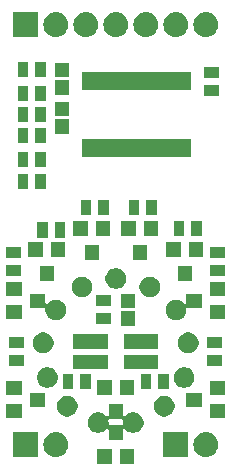
<source format=gts>
G04 #@! TF.GenerationSoftware,KiCad,Pcbnew,(5.0.2)-1*
G04 #@! TF.CreationDate,2018-12-23T15:21:20+09:00*
G04 #@! TF.ProjectId,Nixie_Module_IN-14,4e697869-655f-44d6-9f64-756c655f494e,rev?*
G04 #@! TF.SameCoordinates,Original*
G04 #@! TF.FileFunction,Soldermask,Top*
G04 #@! TF.FilePolarity,Negative*
%FSLAX46Y46*%
G04 Gerber Fmt 4.6, Leading zero omitted, Abs format (unit mm)*
G04 Created by KiCad (PCBNEW (5.0.2)-1) date 2018/12/23 15:21:20*
%MOMM*%
%LPD*%
G01*
G04 APERTURE LIST*
%ADD10C,0.100000*%
G04 APERTURE END LIST*
D10*
G36*
X80798000Y-101726000D02*
X79598000Y-101726000D01*
X79598000Y-100426000D01*
X80798000Y-100426000D01*
X80798000Y-101726000D01*
X80798000Y-101726000D01*
G37*
G36*
X78898000Y-101726000D02*
X77698000Y-101726000D01*
X77698000Y-100426000D01*
X78898000Y-100426000D01*
X78898000Y-101726000D01*
X78898000Y-101726000D01*
G37*
G36*
X72678000Y-101126000D02*
X70578000Y-101126000D01*
X70578000Y-99026000D01*
X72678000Y-99026000D01*
X72678000Y-101126000D01*
X72678000Y-101126000D01*
G37*
G36*
X74296707Y-99033597D02*
X74373836Y-99041193D01*
X74505787Y-99081220D01*
X74571763Y-99101233D01*
X74754172Y-99198733D01*
X74914054Y-99329946D01*
X75045267Y-99489828D01*
X75142767Y-99672237D01*
X75162780Y-99738213D01*
X75202807Y-99870164D01*
X75223080Y-100076000D01*
X75202807Y-100281836D01*
X75162780Y-100413787D01*
X75142767Y-100479763D01*
X75045267Y-100662172D01*
X74914054Y-100822054D01*
X74754172Y-100953267D01*
X74571763Y-101050767D01*
X74505787Y-101070780D01*
X74373836Y-101110807D01*
X74296707Y-101118404D01*
X74219580Y-101126000D01*
X74116420Y-101126000D01*
X74039293Y-101118404D01*
X73962164Y-101110807D01*
X73830213Y-101070780D01*
X73764237Y-101050767D01*
X73581828Y-100953267D01*
X73421946Y-100822054D01*
X73290733Y-100662172D01*
X73193233Y-100479763D01*
X73173220Y-100413787D01*
X73133193Y-100281836D01*
X73112920Y-100076000D01*
X73133193Y-99870164D01*
X73173220Y-99738213D01*
X73193233Y-99672237D01*
X73290733Y-99489828D01*
X73421946Y-99329946D01*
X73581828Y-99198733D01*
X73764237Y-99101233D01*
X73830213Y-99081220D01*
X73962164Y-99041193D01*
X74039293Y-99033597D01*
X74116420Y-99026000D01*
X74219580Y-99026000D01*
X74296707Y-99033597D01*
X74296707Y-99033597D01*
G37*
G36*
X86996707Y-99033597D02*
X87073836Y-99041193D01*
X87205787Y-99081220D01*
X87271763Y-99101233D01*
X87454172Y-99198733D01*
X87614054Y-99329946D01*
X87745267Y-99489828D01*
X87842767Y-99672237D01*
X87862780Y-99738213D01*
X87902807Y-99870164D01*
X87923080Y-100076000D01*
X87902807Y-100281836D01*
X87862780Y-100413787D01*
X87842767Y-100479763D01*
X87745267Y-100662172D01*
X87614054Y-100822054D01*
X87454172Y-100953267D01*
X87271763Y-101050767D01*
X87205787Y-101070780D01*
X87073836Y-101110807D01*
X86996707Y-101118404D01*
X86919580Y-101126000D01*
X86816420Y-101126000D01*
X86739293Y-101118404D01*
X86662164Y-101110807D01*
X86530213Y-101070780D01*
X86464237Y-101050767D01*
X86281828Y-100953267D01*
X86121946Y-100822054D01*
X85990733Y-100662172D01*
X85893233Y-100479763D01*
X85873220Y-100413787D01*
X85833193Y-100281836D01*
X85812920Y-100076000D01*
X85833193Y-99870164D01*
X85873220Y-99738213D01*
X85893233Y-99672237D01*
X85990733Y-99489828D01*
X86121946Y-99329946D01*
X86281828Y-99198733D01*
X86464237Y-99101233D01*
X86530213Y-99081220D01*
X86662164Y-99041193D01*
X86739293Y-99033597D01*
X86816420Y-99026000D01*
X86919580Y-99026000D01*
X86996707Y-99033597D01*
X86996707Y-99033597D01*
G37*
G36*
X85378000Y-101126000D02*
X83278000Y-101126000D01*
X83278000Y-99026000D01*
X85378000Y-99026000D01*
X85378000Y-101126000D01*
X85378000Y-101126000D01*
G37*
G36*
X79848000Y-97555934D02*
X79850402Y-97580320D01*
X79857515Y-97603769D01*
X79869066Y-97625380D01*
X79884612Y-97644322D01*
X79903554Y-97659868D01*
X79925165Y-97671419D01*
X79948614Y-97678532D01*
X79973000Y-97680934D01*
X79997386Y-97678532D01*
X80020835Y-97671419D01*
X80042446Y-97659868D01*
X80061388Y-97644322D01*
X80172251Y-97533459D01*
X80315252Y-97437908D01*
X80474146Y-97372092D01*
X80642827Y-97338540D01*
X80814813Y-97338540D01*
X80983494Y-97372092D01*
X81142388Y-97437908D01*
X81285389Y-97533459D01*
X81407001Y-97655071D01*
X81502552Y-97798072D01*
X81568368Y-97956966D01*
X81601920Y-98125647D01*
X81601920Y-98297633D01*
X81568368Y-98466314D01*
X81502552Y-98625208D01*
X81407001Y-98768209D01*
X81285389Y-98889821D01*
X81142388Y-98985372D01*
X80983494Y-99051188D01*
X80814813Y-99084740D01*
X80642827Y-99084740D01*
X80474146Y-99051188D01*
X80315252Y-98985372D01*
X80172251Y-98889821D01*
X80061388Y-98778958D01*
X80042446Y-98763412D01*
X80020835Y-98751861D01*
X79997386Y-98744748D01*
X79973000Y-98742346D01*
X79948614Y-98744748D01*
X79925165Y-98751861D01*
X79903554Y-98763412D01*
X79884612Y-98778958D01*
X79869066Y-98797900D01*
X79857515Y-98819511D01*
X79850402Y-98842960D01*
X79848000Y-98867346D01*
X79848000Y-99726000D01*
X78648000Y-99726000D01*
X78648000Y-98867346D01*
X78645598Y-98842960D01*
X78638485Y-98819511D01*
X78626934Y-98797900D01*
X78611388Y-98778958D01*
X78592446Y-98763412D01*
X78570835Y-98751861D01*
X78547386Y-98744748D01*
X78523000Y-98742346D01*
X78498614Y-98744748D01*
X78475165Y-98751861D01*
X78453554Y-98763412D01*
X78434612Y-98778958D01*
X78323749Y-98889821D01*
X78180748Y-98985372D01*
X78021854Y-99051188D01*
X77853173Y-99084740D01*
X77681187Y-99084740D01*
X77512506Y-99051188D01*
X77353612Y-98985372D01*
X77210611Y-98889821D01*
X77088999Y-98768209D01*
X76993448Y-98625208D01*
X76927632Y-98466314D01*
X76894080Y-98297633D01*
X76894080Y-98125647D01*
X76910916Y-98041000D01*
X78625891Y-98041000D01*
X78628292Y-98065379D01*
X78640280Y-98125647D01*
X78640280Y-98301000D01*
X78642682Y-98325386D01*
X78649795Y-98348835D01*
X78661346Y-98370446D01*
X78676892Y-98389388D01*
X78695834Y-98404934D01*
X78717445Y-98416485D01*
X78740894Y-98423598D01*
X78765280Y-98426000D01*
X79730720Y-98426000D01*
X79755106Y-98423598D01*
X79778555Y-98416485D01*
X79800166Y-98404934D01*
X79819108Y-98389388D01*
X79834654Y-98370446D01*
X79846205Y-98348835D01*
X79853318Y-98325386D01*
X79855720Y-98301000D01*
X79855720Y-98125647D01*
X79867708Y-98065379D01*
X79870109Y-98041001D01*
X79867707Y-98016614D01*
X79860594Y-97993165D01*
X79849043Y-97971554D01*
X79833498Y-97952612D01*
X79814556Y-97937067D01*
X79792945Y-97925515D01*
X79769496Y-97918402D01*
X79745109Y-97916000D01*
X78750891Y-97916000D01*
X78726505Y-97918402D01*
X78703056Y-97925515D01*
X78681445Y-97937066D01*
X78662503Y-97952612D01*
X78646957Y-97971554D01*
X78635406Y-97993165D01*
X78628293Y-98016614D01*
X78625891Y-98041000D01*
X76910916Y-98041000D01*
X76927632Y-97956966D01*
X76993448Y-97798072D01*
X77088999Y-97655071D01*
X77210611Y-97533459D01*
X77353612Y-97437908D01*
X77512506Y-97372092D01*
X77681187Y-97338540D01*
X77853173Y-97338540D01*
X78021854Y-97372092D01*
X78180748Y-97437908D01*
X78323749Y-97533459D01*
X78434612Y-97644322D01*
X78453554Y-97659868D01*
X78475165Y-97671419D01*
X78498614Y-97678532D01*
X78523000Y-97680934D01*
X78547386Y-97678532D01*
X78570835Y-97671419D01*
X78592446Y-97659868D01*
X78611388Y-97644322D01*
X78626934Y-97625380D01*
X78638485Y-97603769D01*
X78645598Y-97580320D01*
X78648000Y-97555934D01*
X78648000Y-96616000D01*
X79848000Y-96616000D01*
X79848000Y-97555934D01*
X79848000Y-97555934D01*
G37*
G36*
X88518000Y-97816000D02*
X87218000Y-97816000D01*
X87218000Y-96616000D01*
X88518000Y-96616000D01*
X88518000Y-97816000D01*
X88518000Y-97816000D01*
G37*
G36*
X71278000Y-97816000D02*
X69978000Y-97816000D01*
X69978000Y-96616000D01*
X71278000Y-96616000D01*
X71278000Y-97816000D01*
X71278000Y-97816000D01*
G37*
G36*
X83607314Y-95995412D02*
X83766208Y-96061228D01*
X83909209Y-96156779D01*
X84030821Y-96278391D01*
X84126372Y-96421392D01*
X84192188Y-96580286D01*
X84225740Y-96748967D01*
X84225740Y-96920953D01*
X84192188Y-97089634D01*
X84126372Y-97248528D01*
X84030821Y-97391529D01*
X83909209Y-97513141D01*
X83766208Y-97608692D01*
X83607314Y-97674508D01*
X83438633Y-97708060D01*
X83266647Y-97708060D01*
X83097966Y-97674508D01*
X82939072Y-97608692D01*
X82796071Y-97513141D01*
X82674459Y-97391529D01*
X82578908Y-97248528D01*
X82513092Y-97089634D01*
X82479540Y-96920953D01*
X82479540Y-96748967D01*
X82513092Y-96580286D01*
X82578908Y-96421392D01*
X82674459Y-96278391D01*
X82796071Y-96156779D01*
X82939072Y-96061228D01*
X83097966Y-95995412D01*
X83266647Y-95961860D01*
X83438633Y-95961860D01*
X83607314Y-95995412D01*
X83607314Y-95995412D01*
G37*
G36*
X75398034Y-95995412D02*
X75556928Y-96061228D01*
X75699929Y-96156779D01*
X75821541Y-96278391D01*
X75917092Y-96421392D01*
X75982908Y-96580286D01*
X76016460Y-96748967D01*
X76016460Y-96920953D01*
X75982908Y-97089634D01*
X75917092Y-97248528D01*
X75821541Y-97391529D01*
X75699929Y-97513141D01*
X75556928Y-97608692D01*
X75398034Y-97674508D01*
X75229353Y-97708060D01*
X75057367Y-97708060D01*
X74888686Y-97674508D01*
X74729792Y-97608692D01*
X74586791Y-97513141D01*
X74465179Y-97391529D01*
X74369628Y-97248528D01*
X74303812Y-97089634D01*
X74270260Y-96920953D01*
X74270260Y-96748967D01*
X74303812Y-96580286D01*
X74369628Y-96421392D01*
X74465179Y-96278391D01*
X74586791Y-96156779D01*
X74729792Y-96061228D01*
X74888686Y-95995412D01*
X75057367Y-95961860D01*
X75229353Y-95961860D01*
X75398034Y-95995412D01*
X75398034Y-95995412D01*
G37*
G36*
X73278000Y-96866000D02*
X71978000Y-96866000D01*
X71978000Y-95666000D01*
X73278000Y-95666000D01*
X73278000Y-96866000D01*
X73278000Y-96866000D01*
G37*
G36*
X86518000Y-96866000D02*
X85218000Y-96866000D01*
X85218000Y-95666000D01*
X86518000Y-95666000D01*
X86518000Y-96866000D01*
X86518000Y-96866000D01*
G37*
G36*
X71278000Y-95916000D02*
X69978000Y-95916000D01*
X69978000Y-94716000D01*
X71278000Y-94716000D01*
X71278000Y-95916000D01*
X71278000Y-95916000D01*
G37*
G36*
X78898000Y-95916000D02*
X77698000Y-95916000D01*
X77698000Y-94616000D01*
X78898000Y-94616000D01*
X78898000Y-95916000D01*
X78898000Y-95916000D01*
G37*
G36*
X80798000Y-95916000D02*
X79598000Y-95916000D01*
X79598000Y-94616000D01*
X80798000Y-94616000D01*
X80798000Y-95916000D01*
X80798000Y-95916000D01*
G37*
G36*
X88518000Y-95916000D02*
X87218000Y-95916000D01*
X87218000Y-94716000D01*
X88518000Y-94716000D01*
X88518000Y-95916000D01*
X88518000Y-95916000D01*
G37*
G36*
X82250000Y-95392000D02*
X81350000Y-95392000D01*
X81350000Y-94092000D01*
X82250000Y-94092000D01*
X82250000Y-95392000D01*
X82250000Y-95392000D01*
G37*
G36*
X83750000Y-95392000D02*
X82850000Y-95392000D01*
X82850000Y-94092000D01*
X83750000Y-94092000D01*
X83750000Y-95392000D01*
X83750000Y-95392000D01*
G37*
G36*
X77146000Y-95392000D02*
X76246000Y-95392000D01*
X76246000Y-94092000D01*
X77146000Y-94092000D01*
X77146000Y-95392000D01*
X77146000Y-95392000D01*
G37*
G36*
X75646000Y-95392000D02*
X74746000Y-95392000D01*
X74746000Y-94092000D01*
X75646000Y-94092000D01*
X75646000Y-95392000D01*
X75646000Y-95392000D01*
G37*
G36*
X73716554Y-93557012D02*
X73875448Y-93622828D01*
X74018449Y-93718379D01*
X74140061Y-93839991D01*
X74235612Y-93982992D01*
X74301428Y-94141886D01*
X74334980Y-94310567D01*
X74334980Y-94482553D01*
X74301428Y-94651234D01*
X74235612Y-94810128D01*
X74140061Y-94953129D01*
X74018449Y-95074741D01*
X73875448Y-95170292D01*
X73716554Y-95236108D01*
X73547873Y-95269660D01*
X73375887Y-95269660D01*
X73207206Y-95236108D01*
X73048312Y-95170292D01*
X72905311Y-95074741D01*
X72783699Y-94953129D01*
X72688148Y-94810128D01*
X72622332Y-94651234D01*
X72588780Y-94482553D01*
X72588780Y-94310567D01*
X72622332Y-94141886D01*
X72688148Y-93982992D01*
X72783699Y-93839991D01*
X72905311Y-93718379D01*
X73048312Y-93622828D01*
X73207206Y-93557012D01*
X73375887Y-93523460D01*
X73547873Y-93523460D01*
X73716554Y-93557012D01*
X73716554Y-93557012D01*
G37*
G36*
X85288794Y-93557012D02*
X85447688Y-93622828D01*
X85590689Y-93718379D01*
X85712301Y-93839991D01*
X85807852Y-93982992D01*
X85873668Y-94141886D01*
X85907220Y-94310567D01*
X85907220Y-94482553D01*
X85873668Y-94651234D01*
X85807852Y-94810128D01*
X85712301Y-94953129D01*
X85590689Y-95074741D01*
X85447688Y-95170292D01*
X85288794Y-95236108D01*
X85120113Y-95269660D01*
X84948127Y-95269660D01*
X84779446Y-95236108D01*
X84620552Y-95170292D01*
X84477551Y-95074741D01*
X84355939Y-94953129D01*
X84260388Y-94810128D01*
X84194572Y-94651234D01*
X84161020Y-94482553D01*
X84161020Y-94310567D01*
X84194572Y-94141886D01*
X84260388Y-93982992D01*
X84355939Y-93839991D01*
X84477551Y-93718379D01*
X84620552Y-93622828D01*
X84779446Y-93557012D01*
X84948127Y-93523460D01*
X85120113Y-93523460D01*
X85288794Y-93557012D01*
X85288794Y-93557012D01*
G37*
G36*
X78548000Y-93702000D02*
X75648000Y-93702000D01*
X75648000Y-92452000D01*
X78548000Y-92452000D01*
X78548000Y-93702000D01*
X78548000Y-93702000D01*
G37*
G36*
X82848000Y-93702000D02*
X79948000Y-93702000D01*
X79948000Y-92452000D01*
X82848000Y-92452000D01*
X82848000Y-93702000D01*
X82848000Y-93702000D01*
G37*
G36*
X71516000Y-93402000D02*
X70216000Y-93402000D01*
X70216000Y-92502000D01*
X71516000Y-92502000D01*
X71516000Y-93402000D01*
X71516000Y-93402000D01*
G37*
G36*
X88280000Y-93402000D02*
X86980000Y-93402000D01*
X86980000Y-92502000D01*
X88280000Y-92502000D01*
X88280000Y-93402000D01*
X88280000Y-93402000D01*
G37*
G36*
X73358414Y-90618232D02*
X73517308Y-90684048D01*
X73660309Y-90779599D01*
X73781921Y-90901211D01*
X73877472Y-91044212D01*
X73943288Y-91203106D01*
X73976840Y-91371787D01*
X73976840Y-91543773D01*
X73943288Y-91712454D01*
X73877472Y-91871348D01*
X73781921Y-92014349D01*
X73660309Y-92135961D01*
X73517308Y-92231512D01*
X73358414Y-92297328D01*
X73189733Y-92330880D01*
X73017747Y-92330880D01*
X72849066Y-92297328D01*
X72690172Y-92231512D01*
X72547171Y-92135961D01*
X72425559Y-92014349D01*
X72330008Y-91871348D01*
X72264192Y-91712454D01*
X72230640Y-91543773D01*
X72230640Y-91371787D01*
X72264192Y-91203106D01*
X72330008Y-91044212D01*
X72425559Y-90901211D01*
X72547171Y-90779599D01*
X72690172Y-90684048D01*
X72849066Y-90618232D01*
X73017747Y-90584680D01*
X73189733Y-90584680D01*
X73358414Y-90618232D01*
X73358414Y-90618232D01*
G37*
G36*
X85646934Y-90618232D02*
X85805828Y-90684048D01*
X85948829Y-90779599D01*
X86070441Y-90901211D01*
X86165992Y-91044212D01*
X86231808Y-91203106D01*
X86265360Y-91371787D01*
X86265360Y-91543773D01*
X86231808Y-91712454D01*
X86165992Y-91871348D01*
X86070441Y-92014349D01*
X85948829Y-92135961D01*
X85805828Y-92231512D01*
X85646934Y-92297328D01*
X85478253Y-92330880D01*
X85306267Y-92330880D01*
X85137586Y-92297328D01*
X84978692Y-92231512D01*
X84835691Y-92135961D01*
X84714079Y-92014349D01*
X84618528Y-91871348D01*
X84552712Y-91712454D01*
X84519160Y-91543773D01*
X84519160Y-91371787D01*
X84552712Y-91203106D01*
X84618528Y-91044212D01*
X84714079Y-90901211D01*
X84835691Y-90779599D01*
X84978692Y-90684048D01*
X85137586Y-90618232D01*
X85306267Y-90584680D01*
X85478253Y-90584680D01*
X85646934Y-90618232D01*
X85646934Y-90618232D01*
G37*
G36*
X78548000Y-91952000D02*
X75648000Y-91952000D01*
X75648000Y-90702000D01*
X78548000Y-90702000D01*
X78548000Y-91952000D01*
X78548000Y-91952000D01*
G37*
G36*
X82848000Y-91952000D02*
X79948000Y-91952000D01*
X79948000Y-90702000D01*
X82848000Y-90702000D01*
X82848000Y-91952000D01*
X82848000Y-91952000D01*
G37*
G36*
X88280000Y-91902000D02*
X86980000Y-91902000D01*
X86980000Y-91002000D01*
X88280000Y-91002000D01*
X88280000Y-91902000D01*
X88280000Y-91902000D01*
G37*
G36*
X71516000Y-91902000D02*
X70216000Y-91902000D01*
X70216000Y-91002000D01*
X71516000Y-91002000D01*
X71516000Y-91902000D01*
X71516000Y-91902000D01*
G37*
G36*
X80839000Y-89996000D02*
X79689000Y-89996000D01*
X79689000Y-88796000D01*
X80839000Y-88796000D01*
X80839000Y-89996000D01*
X80839000Y-89996000D01*
G37*
G36*
X78882000Y-89846000D02*
X77582000Y-89846000D01*
X77582000Y-88946000D01*
X78882000Y-88946000D01*
X78882000Y-89846000D01*
X78882000Y-89846000D01*
G37*
G36*
X73278000Y-88027414D02*
X73280402Y-88051800D01*
X73287515Y-88075249D01*
X73299066Y-88096860D01*
X73314612Y-88115802D01*
X73333554Y-88131348D01*
X73355165Y-88142899D01*
X73378614Y-88150012D01*
X73403000Y-88152414D01*
X73427386Y-88150012D01*
X73450835Y-88142899D01*
X73472446Y-88131348D01*
X73491388Y-88115802D01*
X73598731Y-88008459D01*
X73741732Y-87912908D01*
X73900626Y-87847092D01*
X74069307Y-87813540D01*
X74241293Y-87813540D01*
X74409974Y-87847092D01*
X74568868Y-87912908D01*
X74711869Y-88008459D01*
X74833481Y-88130071D01*
X74929032Y-88273072D01*
X74994848Y-88431966D01*
X75028400Y-88600647D01*
X75028400Y-88772633D01*
X74994848Y-88941314D01*
X74929032Y-89100208D01*
X74833481Y-89243209D01*
X74711869Y-89364821D01*
X74568868Y-89460372D01*
X74409974Y-89526188D01*
X74241293Y-89559740D01*
X74069307Y-89559740D01*
X73900626Y-89526188D01*
X73741732Y-89460372D01*
X73598731Y-89364821D01*
X73477119Y-89243209D01*
X73381568Y-89100208D01*
X73315752Y-88941314D01*
X73282200Y-88772633D01*
X73282200Y-88609000D01*
X73279798Y-88584614D01*
X73272685Y-88561165D01*
X73261134Y-88539554D01*
X73245588Y-88520612D01*
X73226646Y-88505066D01*
X73205035Y-88493515D01*
X73181586Y-88486402D01*
X73157200Y-88484000D01*
X71978000Y-88484000D01*
X71978000Y-87284000D01*
X73278000Y-87284000D01*
X73278000Y-88027414D01*
X73278000Y-88027414D01*
G37*
G36*
X86518000Y-88484000D02*
X85338800Y-88484000D01*
X85314414Y-88486402D01*
X85290965Y-88493515D01*
X85269354Y-88505066D01*
X85250412Y-88520612D01*
X85234866Y-88539554D01*
X85223315Y-88561165D01*
X85216202Y-88584614D01*
X85213800Y-88609000D01*
X85213800Y-88772633D01*
X85180248Y-88941314D01*
X85114432Y-89100208D01*
X85018881Y-89243209D01*
X84897269Y-89364821D01*
X84754268Y-89460372D01*
X84595374Y-89526188D01*
X84426693Y-89559740D01*
X84254707Y-89559740D01*
X84086026Y-89526188D01*
X83927132Y-89460372D01*
X83784131Y-89364821D01*
X83662519Y-89243209D01*
X83566968Y-89100208D01*
X83501152Y-88941314D01*
X83467600Y-88772633D01*
X83467600Y-88600647D01*
X83501152Y-88431966D01*
X83566968Y-88273072D01*
X83662519Y-88130071D01*
X83784131Y-88008459D01*
X83927132Y-87912908D01*
X84086026Y-87847092D01*
X84254707Y-87813540D01*
X84426693Y-87813540D01*
X84595374Y-87847092D01*
X84754268Y-87912908D01*
X84897269Y-88008459D01*
X85004612Y-88115802D01*
X85023554Y-88131348D01*
X85045165Y-88142899D01*
X85068614Y-88150012D01*
X85093000Y-88152414D01*
X85117386Y-88150012D01*
X85140835Y-88142899D01*
X85162446Y-88131348D01*
X85181388Y-88115802D01*
X85196934Y-88096860D01*
X85208485Y-88075249D01*
X85215598Y-88051800D01*
X85218000Y-88027414D01*
X85218000Y-87284000D01*
X86518000Y-87284000D01*
X86518000Y-88484000D01*
X86518000Y-88484000D01*
G37*
G36*
X88518000Y-89434000D02*
X87218000Y-89434000D01*
X87218000Y-88234000D01*
X88518000Y-88234000D01*
X88518000Y-89434000D01*
X88518000Y-89434000D01*
G37*
G36*
X71278000Y-89434000D02*
X69978000Y-89434000D01*
X69978000Y-88234000D01*
X71278000Y-88234000D01*
X71278000Y-89434000D01*
X71278000Y-89434000D01*
G37*
G36*
X80839000Y-88496000D02*
X79689000Y-88496000D01*
X79689000Y-87296000D01*
X80839000Y-87296000D01*
X80839000Y-88496000D01*
X80839000Y-88496000D01*
G37*
G36*
X78882000Y-88346000D02*
X77582000Y-88346000D01*
X77582000Y-87446000D01*
X78882000Y-87446000D01*
X78882000Y-88346000D01*
X78882000Y-88346000D01*
G37*
G36*
X82377954Y-85883672D02*
X82536848Y-85949488D01*
X82679849Y-86045039D01*
X82801461Y-86166651D01*
X82897012Y-86309652D01*
X82962828Y-86468546D01*
X82996380Y-86637227D01*
X82996380Y-86809213D01*
X82962828Y-86977894D01*
X82897012Y-87136788D01*
X82801461Y-87279789D01*
X82679849Y-87401401D01*
X82536848Y-87496952D01*
X82377954Y-87562768D01*
X82209273Y-87596320D01*
X82037287Y-87596320D01*
X81868606Y-87562768D01*
X81709712Y-87496952D01*
X81566711Y-87401401D01*
X81445099Y-87279789D01*
X81349548Y-87136788D01*
X81283732Y-86977894D01*
X81250180Y-86809213D01*
X81250180Y-86637227D01*
X81283732Y-86468546D01*
X81349548Y-86309652D01*
X81445099Y-86166651D01*
X81566711Y-86045039D01*
X81709712Y-85949488D01*
X81868606Y-85883672D01*
X82037287Y-85850120D01*
X82209273Y-85850120D01*
X82377954Y-85883672D01*
X82377954Y-85883672D01*
G37*
G36*
X76627394Y-85883672D02*
X76786288Y-85949488D01*
X76929289Y-86045039D01*
X77050901Y-86166651D01*
X77146452Y-86309652D01*
X77212268Y-86468546D01*
X77245820Y-86637227D01*
X77245820Y-86809213D01*
X77212268Y-86977894D01*
X77146452Y-87136788D01*
X77050901Y-87279789D01*
X76929289Y-87401401D01*
X76786288Y-87496952D01*
X76627394Y-87562768D01*
X76458713Y-87596320D01*
X76286727Y-87596320D01*
X76118046Y-87562768D01*
X75959152Y-87496952D01*
X75816151Y-87401401D01*
X75694539Y-87279789D01*
X75598988Y-87136788D01*
X75533172Y-86977894D01*
X75499620Y-86809213D01*
X75499620Y-86637227D01*
X75533172Y-86468546D01*
X75598988Y-86309652D01*
X75694539Y-86166651D01*
X75816151Y-86045039D01*
X75959152Y-85949488D01*
X76118046Y-85883672D01*
X76286727Y-85850120D01*
X76458713Y-85850120D01*
X76627394Y-85883672D01*
X76627394Y-85883672D01*
G37*
G36*
X71278000Y-87534000D02*
X69978000Y-87534000D01*
X69978000Y-86334000D01*
X71278000Y-86334000D01*
X71278000Y-87534000D01*
X71278000Y-87534000D01*
G37*
G36*
X88518000Y-87534000D02*
X87218000Y-87534000D01*
X87218000Y-86334000D01*
X88518000Y-86334000D01*
X88518000Y-87534000D01*
X88518000Y-87534000D01*
G37*
G36*
X79502674Y-85175012D02*
X79661568Y-85240828D01*
X79804569Y-85336379D01*
X79926181Y-85457991D01*
X80021732Y-85600992D01*
X80087548Y-85759886D01*
X80121100Y-85928567D01*
X80121100Y-86100553D01*
X80087548Y-86269234D01*
X80021732Y-86428128D01*
X79926181Y-86571129D01*
X79804569Y-86692741D01*
X79661568Y-86788292D01*
X79502674Y-86854108D01*
X79333993Y-86887660D01*
X79162007Y-86887660D01*
X78993326Y-86854108D01*
X78834432Y-86788292D01*
X78691431Y-86692741D01*
X78569819Y-86571129D01*
X78474268Y-86428128D01*
X78408452Y-86269234D01*
X78374900Y-86100553D01*
X78374900Y-85928567D01*
X78408452Y-85759886D01*
X78474268Y-85600992D01*
X78569819Y-85457991D01*
X78691431Y-85336379D01*
X78834432Y-85240828D01*
X78993326Y-85175012D01*
X79162007Y-85141460D01*
X79333993Y-85141460D01*
X79502674Y-85175012D01*
X79502674Y-85175012D01*
G37*
G36*
X74006000Y-86232000D02*
X72806000Y-86232000D01*
X72806000Y-84932000D01*
X74006000Y-84932000D01*
X74006000Y-86232000D01*
X74006000Y-86232000D01*
G37*
G36*
X85690000Y-86232000D02*
X84490000Y-86232000D01*
X84490000Y-84932000D01*
X85690000Y-84932000D01*
X85690000Y-86232000D01*
X85690000Y-86232000D01*
G37*
G36*
X71262000Y-85782000D02*
X69962000Y-85782000D01*
X69962000Y-84882000D01*
X71262000Y-84882000D01*
X71262000Y-85782000D01*
X71262000Y-85782000D01*
G37*
G36*
X88534000Y-85782000D02*
X87234000Y-85782000D01*
X87234000Y-84882000D01*
X88534000Y-84882000D01*
X88534000Y-85782000D01*
X88534000Y-85782000D01*
G37*
G36*
X77816000Y-84454000D02*
X76616000Y-84454000D01*
X76616000Y-83154000D01*
X77816000Y-83154000D01*
X77816000Y-84454000D01*
X77816000Y-84454000D01*
G37*
G36*
X81880000Y-84454000D02*
X80680000Y-84454000D01*
X80680000Y-83154000D01*
X81880000Y-83154000D01*
X81880000Y-84454000D01*
X81880000Y-84454000D01*
G37*
G36*
X88534000Y-84282000D02*
X87234000Y-84282000D01*
X87234000Y-83382000D01*
X88534000Y-83382000D01*
X88534000Y-84282000D01*
X88534000Y-84282000D01*
G37*
G36*
X71262000Y-84282000D02*
X69962000Y-84282000D01*
X69962000Y-83382000D01*
X71262000Y-83382000D01*
X71262000Y-84282000D01*
X71262000Y-84282000D01*
G37*
G36*
X74956000Y-84232000D02*
X73756000Y-84232000D01*
X73756000Y-82932000D01*
X74956000Y-82932000D01*
X74956000Y-84232000D01*
X74956000Y-84232000D01*
G37*
G36*
X84740000Y-84232000D02*
X83540000Y-84232000D01*
X83540000Y-82932000D01*
X84740000Y-82932000D01*
X84740000Y-84232000D01*
X84740000Y-84232000D01*
G37*
G36*
X86640000Y-84232000D02*
X85440000Y-84232000D01*
X85440000Y-82932000D01*
X86640000Y-82932000D01*
X86640000Y-84232000D01*
X86640000Y-84232000D01*
G37*
G36*
X73056000Y-84232000D02*
X71856000Y-84232000D01*
X71856000Y-82932000D01*
X73056000Y-82932000D01*
X73056000Y-84232000D01*
X73056000Y-84232000D01*
G37*
G36*
X74987000Y-82565000D02*
X74087000Y-82565000D01*
X74087000Y-81265000D01*
X74987000Y-81265000D01*
X74987000Y-82565000D01*
X74987000Y-82565000D01*
G37*
G36*
X73487000Y-82565000D02*
X72587000Y-82565000D01*
X72587000Y-81265000D01*
X73487000Y-81265000D01*
X73487000Y-82565000D01*
X73487000Y-82565000D01*
G37*
G36*
X80930000Y-82454000D02*
X79730000Y-82454000D01*
X79730000Y-81154000D01*
X80930000Y-81154000D01*
X80930000Y-82454000D01*
X80930000Y-82454000D01*
G37*
G36*
X76866000Y-82454000D02*
X75666000Y-82454000D01*
X75666000Y-81154000D01*
X76866000Y-81154000D01*
X76866000Y-82454000D01*
X76866000Y-82454000D01*
G37*
G36*
X82830000Y-82454000D02*
X81630000Y-82454000D01*
X81630000Y-81154000D01*
X82830000Y-81154000D01*
X82830000Y-82454000D01*
X82830000Y-82454000D01*
G37*
G36*
X78766000Y-82454000D02*
X77566000Y-82454000D01*
X77566000Y-81154000D01*
X78766000Y-81154000D01*
X78766000Y-82454000D01*
X78766000Y-82454000D01*
G37*
G36*
X86544000Y-82438000D02*
X85644000Y-82438000D01*
X85644000Y-81138000D01*
X86544000Y-81138000D01*
X86544000Y-82438000D01*
X86544000Y-82438000D01*
G37*
G36*
X85044000Y-82438000D02*
X84144000Y-82438000D01*
X84144000Y-81138000D01*
X85044000Y-81138000D01*
X85044000Y-82438000D01*
X85044000Y-82438000D01*
G37*
G36*
X82734000Y-80660000D02*
X81834000Y-80660000D01*
X81834000Y-79360000D01*
X82734000Y-79360000D01*
X82734000Y-80660000D01*
X82734000Y-80660000D01*
G37*
G36*
X81234000Y-80660000D02*
X80334000Y-80660000D01*
X80334000Y-79360000D01*
X81234000Y-79360000D01*
X81234000Y-80660000D01*
X81234000Y-80660000D01*
G37*
G36*
X77170000Y-80660000D02*
X76270000Y-80660000D01*
X76270000Y-79360000D01*
X77170000Y-79360000D01*
X77170000Y-80660000D01*
X77170000Y-80660000D01*
G37*
G36*
X78670000Y-80660000D02*
X77770000Y-80660000D01*
X77770000Y-79360000D01*
X78670000Y-79360000D01*
X78670000Y-80660000D01*
X78670000Y-80660000D01*
G37*
G36*
X73336000Y-78424800D02*
X72436000Y-78424800D01*
X72436000Y-77124800D01*
X73336000Y-77124800D01*
X73336000Y-78424800D01*
X73336000Y-78424800D01*
G37*
G36*
X71836000Y-78424800D02*
X70936000Y-78424800D01*
X70936000Y-77124800D01*
X71836000Y-77124800D01*
X71836000Y-78424800D01*
X71836000Y-78424800D01*
G37*
G36*
X73336000Y-76596000D02*
X72436000Y-76596000D01*
X72436000Y-75296000D01*
X73336000Y-75296000D01*
X73336000Y-76596000D01*
X73336000Y-76596000D01*
G37*
G36*
X71836000Y-76596000D02*
X70936000Y-76596000D01*
X70936000Y-75296000D01*
X71836000Y-75296000D01*
X71836000Y-76596000D01*
X71836000Y-76596000D01*
G37*
G36*
X85651000Y-75736000D02*
X76401000Y-75736000D01*
X76401000Y-74236000D01*
X85651000Y-74236000D01*
X85651000Y-75736000D01*
X85651000Y-75736000D01*
G37*
G36*
X73336000Y-74564000D02*
X72436000Y-74564000D01*
X72436000Y-73264000D01*
X73336000Y-73264000D01*
X73336000Y-74564000D01*
X73336000Y-74564000D01*
G37*
G36*
X71836000Y-74564000D02*
X70936000Y-74564000D01*
X70936000Y-73264000D01*
X71836000Y-73264000D01*
X71836000Y-74564000D01*
X71836000Y-74564000D01*
G37*
G36*
X75251000Y-73740000D02*
X74101000Y-73740000D01*
X74101000Y-72540000D01*
X75251000Y-72540000D01*
X75251000Y-73740000D01*
X75251000Y-73740000D01*
G37*
G36*
X71836000Y-72786000D02*
X70936000Y-72786000D01*
X70936000Y-71486000D01*
X71836000Y-71486000D01*
X71836000Y-72786000D01*
X71836000Y-72786000D01*
G37*
G36*
X73336000Y-72786000D02*
X72436000Y-72786000D01*
X72436000Y-71486000D01*
X73336000Y-71486000D01*
X73336000Y-72786000D01*
X73336000Y-72786000D01*
G37*
G36*
X75251000Y-72240000D02*
X74101000Y-72240000D01*
X74101000Y-71040000D01*
X75251000Y-71040000D01*
X75251000Y-72240000D01*
X75251000Y-72240000D01*
G37*
G36*
X71836000Y-71008000D02*
X70936000Y-71008000D01*
X70936000Y-69708000D01*
X71836000Y-69708000D01*
X71836000Y-71008000D01*
X71836000Y-71008000D01*
G37*
G36*
X73336000Y-71008000D02*
X72436000Y-71008000D01*
X72436000Y-69708000D01*
X73336000Y-69708000D01*
X73336000Y-71008000D01*
X73336000Y-71008000D01*
G37*
G36*
X88026000Y-70542000D02*
X86726000Y-70542000D01*
X86726000Y-69642000D01*
X88026000Y-69642000D01*
X88026000Y-70542000D01*
X88026000Y-70542000D01*
G37*
G36*
X75251000Y-70438000D02*
X74101000Y-70438000D01*
X74101000Y-69238000D01*
X75251000Y-69238000D01*
X75251000Y-70438000D01*
X75251000Y-70438000D01*
G37*
G36*
X85651000Y-70036000D02*
X76401000Y-70036000D01*
X76401000Y-68536000D01*
X85651000Y-68536000D01*
X85651000Y-70036000D01*
X85651000Y-70036000D01*
G37*
G36*
X88026000Y-69042000D02*
X86726000Y-69042000D01*
X86726000Y-68142000D01*
X88026000Y-68142000D01*
X88026000Y-69042000D01*
X88026000Y-69042000D01*
G37*
G36*
X71836000Y-68976000D02*
X70936000Y-68976000D01*
X70936000Y-67676000D01*
X71836000Y-67676000D01*
X71836000Y-68976000D01*
X71836000Y-68976000D01*
G37*
G36*
X73336000Y-68976000D02*
X72436000Y-68976000D01*
X72436000Y-67676000D01*
X73336000Y-67676000D01*
X73336000Y-68976000D01*
X73336000Y-68976000D01*
G37*
G36*
X75251000Y-68938000D02*
X74101000Y-68938000D01*
X74101000Y-67738000D01*
X75251000Y-67738000D01*
X75251000Y-68938000D01*
X75251000Y-68938000D01*
G37*
G36*
X72678000Y-65566000D02*
X70578000Y-65566000D01*
X70578000Y-63466000D01*
X72678000Y-63466000D01*
X72678000Y-65566000D01*
X72678000Y-65566000D01*
G37*
G36*
X86996707Y-63473596D02*
X87073836Y-63481193D01*
X87205787Y-63521220D01*
X87271763Y-63541233D01*
X87454172Y-63638733D01*
X87614054Y-63769946D01*
X87745267Y-63929828D01*
X87842767Y-64112237D01*
X87842767Y-64112238D01*
X87902807Y-64310164D01*
X87923080Y-64516000D01*
X87902807Y-64721836D01*
X87862780Y-64853787D01*
X87842767Y-64919763D01*
X87745267Y-65102172D01*
X87614054Y-65262054D01*
X87454172Y-65393267D01*
X87271763Y-65490767D01*
X87205787Y-65510780D01*
X87073836Y-65550807D01*
X86996707Y-65558403D01*
X86919580Y-65566000D01*
X86816420Y-65566000D01*
X86739293Y-65558403D01*
X86662164Y-65550807D01*
X86530213Y-65510780D01*
X86464237Y-65490767D01*
X86281828Y-65393267D01*
X86121946Y-65262054D01*
X85990733Y-65102172D01*
X85893233Y-64919763D01*
X85873220Y-64853787D01*
X85833193Y-64721836D01*
X85812920Y-64516000D01*
X85833193Y-64310164D01*
X85893233Y-64112238D01*
X85893233Y-64112237D01*
X85990733Y-63929828D01*
X86121946Y-63769946D01*
X86281828Y-63638733D01*
X86464237Y-63541233D01*
X86530213Y-63521220D01*
X86662164Y-63481193D01*
X86739293Y-63473596D01*
X86816420Y-63466000D01*
X86919580Y-63466000D01*
X86996707Y-63473596D01*
X86996707Y-63473596D01*
G37*
G36*
X84456707Y-63473596D02*
X84533836Y-63481193D01*
X84665787Y-63521220D01*
X84731763Y-63541233D01*
X84914172Y-63638733D01*
X85074054Y-63769946D01*
X85205267Y-63929828D01*
X85302767Y-64112237D01*
X85302767Y-64112238D01*
X85362807Y-64310164D01*
X85383080Y-64516000D01*
X85362807Y-64721836D01*
X85322780Y-64853787D01*
X85302767Y-64919763D01*
X85205267Y-65102172D01*
X85074054Y-65262054D01*
X84914172Y-65393267D01*
X84731763Y-65490767D01*
X84665787Y-65510780D01*
X84533836Y-65550807D01*
X84456707Y-65558403D01*
X84379580Y-65566000D01*
X84276420Y-65566000D01*
X84199293Y-65558403D01*
X84122164Y-65550807D01*
X83990213Y-65510780D01*
X83924237Y-65490767D01*
X83741828Y-65393267D01*
X83581946Y-65262054D01*
X83450733Y-65102172D01*
X83353233Y-64919763D01*
X83333220Y-64853787D01*
X83293193Y-64721836D01*
X83272920Y-64516000D01*
X83293193Y-64310164D01*
X83353233Y-64112238D01*
X83353233Y-64112237D01*
X83450733Y-63929828D01*
X83581946Y-63769946D01*
X83741828Y-63638733D01*
X83924237Y-63541233D01*
X83990213Y-63521220D01*
X84122164Y-63481193D01*
X84199293Y-63473596D01*
X84276420Y-63466000D01*
X84379580Y-63466000D01*
X84456707Y-63473596D01*
X84456707Y-63473596D01*
G37*
G36*
X81916707Y-63473596D02*
X81993836Y-63481193D01*
X82125787Y-63521220D01*
X82191763Y-63541233D01*
X82374172Y-63638733D01*
X82534054Y-63769946D01*
X82665267Y-63929828D01*
X82762767Y-64112237D01*
X82762767Y-64112238D01*
X82822807Y-64310164D01*
X82843080Y-64516000D01*
X82822807Y-64721836D01*
X82782780Y-64853787D01*
X82762767Y-64919763D01*
X82665267Y-65102172D01*
X82534054Y-65262054D01*
X82374172Y-65393267D01*
X82191763Y-65490767D01*
X82125787Y-65510780D01*
X81993836Y-65550807D01*
X81916707Y-65558403D01*
X81839580Y-65566000D01*
X81736420Y-65566000D01*
X81659293Y-65558403D01*
X81582164Y-65550807D01*
X81450213Y-65510780D01*
X81384237Y-65490767D01*
X81201828Y-65393267D01*
X81041946Y-65262054D01*
X80910733Y-65102172D01*
X80813233Y-64919763D01*
X80793220Y-64853787D01*
X80753193Y-64721836D01*
X80732920Y-64516000D01*
X80753193Y-64310164D01*
X80813233Y-64112238D01*
X80813233Y-64112237D01*
X80910733Y-63929828D01*
X81041946Y-63769946D01*
X81201828Y-63638733D01*
X81384237Y-63541233D01*
X81450213Y-63521220D01*
X81582164Y-63481193D01*
X81659293Y-63473596D01*
X81736420Y-63466000D01*
X81839580Y-63466000D01*
X81916707Y-63473596D01*
X81916707Y-63473596D01*
G37*
G36*
X79376707Y-63473596D02*
X79453836Y-63481193D01*
X79585787Y-63521220D01*
X79651763Y-63541233D01*
X79834172Y-63638733D01*
X79994054Y-63769946D01*
X80125267Y-63929828D01*
X80222767Y-64112237D01*
X80222767Y-64112238D01*
X80282807Y-64310164D01*
X80303080Y-64516000D01*
X80282807Y-64721836D01*
X80242780Y-64853787D01*
X80222767Y-64919763D01*
X80125267Y-65102172D01*
X79994054Y-65262054D01*
X79834172Y-65393267D01*
X79651763Y-65490767D01*
X79585787Y-65510780D01*
X79453836Y-65550807D01*
X79376707Y-65558403D01*
X79299580Y-65566000D01*
X79196420Y-65566000D01*
X79119293Y-65558403D01*
X79042164Y-65550807D01*
X78910213Y-65510780D01*
X78844237Y-65490767D01*
X78661828Y-65393267D01*
X78501946Y-65262054D01*
X78370733Y-65102172D01*
X78273233Y-64919763D01*
X78253220Y-64853787D01*
X78213193Y-64721836D01*
X78192920Y-64516000D01*
X78213193Y-64310164D01*
X78273233Y-64112238D01*
X78273233Y-64112237D01*
X78370733Y-63929828D01*
X78501946Y-63769946D01*
X78661828Y-63638733D01*
X78844237Y-63541233D01*
X78910213Y-63521220D01*
X79042164Y-63481193D01*
X79119293Y-63473596D01*
X79196420Y-63466000D01*
X79299580Y-63466000D01*
X79376707Y-63473596D01*
X79376707Y-63473596D01*
G37*
G36*
X76836707Y-63473596D02*
X76913836Y-63481193D01*
X77045787Y-63521220D01*
X77111763Y-63541233D01*
X77294172Y-63638733D01*
X77454054Y-63769946D01*
X77585267Y-63929828D01*
X77682767Y-64112237D01*
X77682767Y-64112238D01*
X77742807Y-64310164D01*
X77763080Y-64516000D01*
X77742807Y-64721836D01*
X77702780Y-64853787D01*
X77682767Y-64919763D01*
X77585267Y-65102172D01*
X77454054Y-65262054D01*
X77294172Y-65393267D01*
X77111763Y-65490767D01*
X77045787Y-65510780D01*
X76913836Y-65550807D01*
X76836707Y-65558403D01*
X76759580Y-65566000D01*
X76656420Y-65566000D01*
X76579293Y-65558403D01*
X76502164Y-65550807D01*
X76370213Y-65510780D01*
X76304237Y-65490767D01*
X76121828Y-65393267D01*
X75961946Y-65262054D01*
X75830733Y-65102172D01*
X75733233Y-64919763D01*
X75713220Y-64853787D01*
X75673193Y-64721836D01*
X75652920Y-64516000D01*
X75673193Y-64310164D01*
X75733233Y-64112238D01*
X75733233Y-64112237D01*
X75830733Y-63929828D01*
X75961946Y-63769946D01*
X76121828Y-63638733D01*
X76304237Y-63541233D01*
X76370213Y-63521220D01*
X76502164Y-63481193D01*
X76579293Y-63473596D01*
X76656420Y-63466000D01*
X76759580Y-63466000D01*
X76836707Y-63473596D01*
X76836707Y-63473596D01*
G37*
G36*
X74296707Y-63473596D02*
X74373836Y-63481193D01*
X74505787Y-63521220D01*
X74571763Y-63541233D01*
X74754172Y-63638733D01*
X74914054Y-63769946D01*
X75045267Y-63929828D01*
X75142767Y-64112237D01*
X75142767Y-64112238D01*
X75202807Y-64310164D01*
X75223080Y-64516000D01*
X75202807Y-64721836D01*
X75162780Y-64853787D01*
X75142767Y-64919763D01*
X75045267Y-65102172D01*
X74914054Y-65262054D01*
X74754172Y-65393267D01*
X74571763Y-65490767D01*
X74505787Y-65510780D01*
X74373836Y-65550807D01*
X74296707Y-65558403D01*
X74219580Y-65566000D01*
X74116420Y-65566000D01*
X74039293Y-65558403D01*
X73962164Y-65550807D01*
X73830213Y-65510780D01*
X73764237Y-65490767D01*
X73581828Y-65393267D01*
X73421946Y-65262054D01*
X73290733Y-65102172D01*
X73193233Y-64919763D01*
X73173220Y-64853787D01*
X73133193Y-64721836D01*
X73112920Y-64516000D01*
X73133193Y-64310164D01*
X73193233Y-64112238D01*
X73193233Y-64112237D01*
X73290733Y-63929828D01*
X73421946Y-63769946D01*
X73581828Y-63638733D01*
X73764237Y-63541233D01*
X73830213Y-63521220D01*
X73962164Y-63481193D01*
X74039293Y-63473596D01*
X74116420Y-63466000D01*
X74219580Y-63466000D01*
X74296707Y-63473596D01*
X74296707Y-63473596D01*
G37*
M02*

</source>
